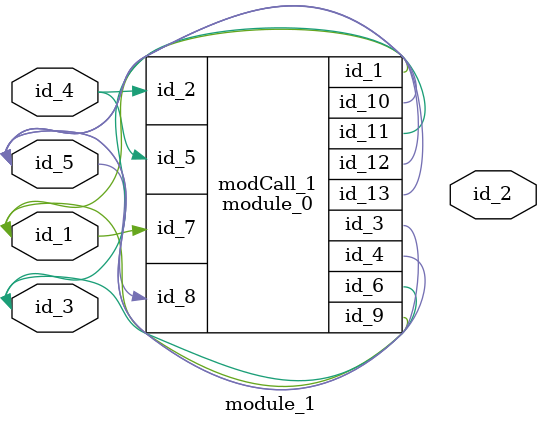
<source format=v>
module module_0 (
    id_1,
    id_2,
    id_3,
    id_4,
    id_5,
    id_6,
    id_7,
    id_8,
    id_9,
    id_10,
    id_11,
    id_12,
    id_13
);
  output wire id_13;
  inout wire id_12;
  inout wire id_11;
  inout wire id_10;
  inout wire id_9;
  input wire id_8;
  input wire id_7;
  inout wire id_6;
  input wire id_5;
  inout wire id_4;
  inout wire id_3;
  input wire id_2;
  output wire id_1;
  assign id_6 = 1;
endmodule
module module_1 (
    id_1,
    id_2,
    id_3,
    id_4,
    id_5
);
  inout wire id_5;
  input wire id_4;
  inout wire id_3;
  output wire id_2;
  inout wire id_1;
  assign id_2[1] = id_1;
  module_0 modCall_1 (
      id_1,
      id_4,
      id_5,
      id_5,
      id_4,
      id_3,
      id_1,
      id_5,
      id_1,
      id_5,
      id_3,
      id_5,
      id_5
  );
endmodule

</source>
